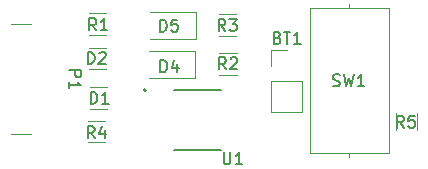
<source format=gbr>
%TF.GenerationSoftware,KiCad,Pcbnew,8.0.4*%
%TF.CreationDate,2024-08-19T19:06:41-07:00*%
%TF.ProjectId,LED flashlight,4c454420-666c-4617-9368-6c696768742e,rev?*%
%TF.SameCoordinates,Original*%
%TF.FileFunction,Legend,Top*%
%TF.FilePolarity,Positive*%
%FSLAX46Y46*%
G04 Gerber Fmt 4.6, Leading zero omitted, Abs format (unit mm)*
G04 Created by KiCad (PCBNEW 8.0.4) date 2024-08-19 19:06:41*
%MOMM*%
%LPD*%
G01*
G04 APERTURE LIST*
%ADD10C,0.150000*%
%ADD11C,0.120000*%
%ADD12C,0.127000*%
%ADD13C,0.200000*%
G04 APERTURE END LIST*
D10*
X133373333Y-87404819D02*
X133040000Y-86928628D01*
X132801905Y-87404819D02*
X132801905Y-86404819D01*
X132801905Y-86404819D02*
X133182857Y-86404819D01*
X133182857Y-86404819D02*
X133278095Y-86452438D01*
X133278095Y-86452438D02*
X133325714Y-86500057D01*
X133325714Y-86500057D02*
X133373333Y-86595295D01*
X133373333Y-86595295D02*
X133373333Y-86738152D01*
X133373333Y-86738152D02*
X133325714Y-86833390D01*
X133325714Y-86833390D02*
X133278095Y-86881009D01*
X133278095Y-86881009D02*
X133182857Y-86928628D01*
X133182857Y-86928628D02*
X132801905Y-86928628D01*
X134325714Y-87404819D02*
X133754286Y-87404819D01*
X134040000Y-87404819D02*
X134040000Y-86404819D01*
X134040000Y-86404819D02*
X133944762Y-86547676D01*
X133944762Y-86547676D02*
X133849524Y-86642914D01*
X133849524Y-86642914D02*
X133754286Y-86690533D01*
X138821905Y-90944819D02*
X138821905Y-89944819D01*
X138821905Y-89944819D02*
X139060000Y-89944819D01*
X139060000Y-89944819D02*
X139202857Y-89992438D01*
X139202857Y-89992438D02*
X139298095Y-90087676D01*
X139298095Y-90087676D02*
X139345714Y-90182914D01*
X139345714Y-90182914D02*
X139393333Y-90373390D01*
X139393333Y-90373390D02*
X139393333Y-90516247D01*
X139393333Y-90516247D02*
X139345714Y-90706723D01*
X139345714Y-90706723D02*
X139298095Y-90801961D01*
X139298095Y-90801961D02*
X139202857Y-90897200D01*
X139202857Y-90897200D02*
X139060000Y-90944819D01*
X139060000Y-90944819D02*
X138821905Y-90944819D01*
X140250476Y-90278152D02*
X140250476Y-90944819D01*
X140012381Y-89897200D02*
X139774286Y-90611485D01*
X139774286Y-90611485D02*
X140393333Y-90611485D01*
X159443333Y-95644819D02*
X159110000Y-95168628D01*
X158871905Y-95644819D02*
X158871905Y-94644819D01*
X158871905Y-94644819D02*
X159252857Y-94644819D01*
X159252857Y-94644819D02*
X159348095Y-94692438D01*
X159348095Y-94692438D02*
X159395714Y-94740057D01*
X159395714Y-94740057D02*
X159443333Y-94835295D01*
X159443333Y-94835295D02*
X159443333Y-94978152D01*
X159443333Y-94978152D02*
X159395714Y-95073390D01*
X159395714Y-95073390D02*
X159348095Y-95121009D01*
X159348095Y-95121009D02*
X159252857Y-95168628D01*
X159252857Y-95168628D02*
X158871905Y-95168628D01*
X160348095Y-94644819D02*
X159871905Y-94644819D01*
X159871905Y-94644819D02*
X159824286Y-95121009D01*
X159824286Y-95121009D02*
X159871905Y-95073390D01*
X159871905Y-95073390D02*
X159967143Y-95025771D01*
X159967143Y-95025771D02*
X160205238Y-95025771D01*
X160205238Y-95025771D02*
X160300476Y-95073390D01*
X160300476Y-95073390D02*
X160348095Y-95121009D01*
X160348095Y-95121009D02*
X160395714Y-95216247D01*
X160395714Y-95216247D02*
X160395714Y-95454342D01*
X160395714Y-95454342D02*
X160348095Y-95549580D01*
X160348095Y-95549580D02*
X160300476Y-95597200D01*
X160300476Y-95597200D02*
X160205238Y-95644819D01*
X160205238Y-95644819D02*
X159967143Y-95644819D01*
X159967143Y-95644819D02*
X159871905Y-95597200D01*
X159871905Y-95597200D02*
X159824286Y-95549580D01*
X148734285Y-88026009D02*
X148877142Y-88073628D01*
X148877142Y-88073628D02*
X148924761Y-88121247D01*
X148924761Y-88121247D02*
X148972380Y-88216485D01*
X148972380Y-88216485D02*
X148972380Y-88359342D01*
X148972380Y-88359342D02*
X148924761Y-88454580D01*
X148924761Y-88454580D02*
X148877142Y-88502200D01*
X148877142Y-88502200D02*
X148781904Y-88549819D01*
X148781904Y-88549819D02*
X148400952Y-88549819D01*
X148400952Y-88549819D02*
X148400952Y-87549819D01*
X148400952Y-87549819D02*
X148734285Y-87549819D01*
X148734285Y-87549819D02*
X148829523Y-87597438D01*
X148829523Y-87597438D02*
X148877142Y-87645057D01*
X148877142Y-87645057D02*
X148924761Y-87740295D01*
X148924761Y-87740295D02*
X148924761Y-87835533D01*
X148924761Y-87835533D02*
X148877142Y-87930771D01*
X148877142Y-87930771D02*
X148829523Y-87978390D01*
X148829523Y-87978390D02*
X148734285Y-88026009D01*
X148734285Y-88026009D02*
X148400952Y-88026009D01*
X149258095Y-87549819D02*
X149829523Y-87549819D01*
X149543809Y-88549819D02*
X149543809Y-87549819D01*
X150686666Y-88549819D02*
X150115238Y-88549819D01*
X150400952Y-88549819D02*
X150400952Y-87549819D01*
X150400952Y-87549819D02*
X150305714Y-87692676D01*
X150305714Y-87692676D02*
X150210476Y-87787914D01*
X150210476Y-87787914D02*
X150115238Y-87835533D01*
X132671905Y-90254819D02*
X132671905Y-89254819D01*
X132671905Y-89254819D02*
X132910000Y-89254819D01*
X132910000Y-89254819D02*
X133052857Y-89302438D01*
X133052857Y-89302438D02*
X133148095Y-89397676D01*
X133148095Y-89397676D02*
X133195714Y-89492914D01*
X133195714Y-89492914D02*
X133243333Y-89683390D01*
X133243333Y-89683390D02*
X133243333Y-89826247D01*
X133243333Y-89826247D02*
X133195714Y-90016723D01*
X133195714Y-90016723D02*
X133148095Y-90111961D01*
X133148095Y-90111961D02*
X133052857Y-90207200D01*
X133052857Y-90207200D02*
X132910000Y-90254819D01*
X132910000Y-90254819D02*
X132671905Y-90254819D01*
X133624286Y-89350057D02*
X133671905Y-89302438D01*
X133671905Y-89302438D02*
X133767143Y-89254819D01*
X133767143Y-89254819D02*
X134005238Y-89254819D01*
X134005238Y-89254819D02*
X134100476Y-89302438D01*
X134100476Y-89302438D02*
X134148095Y-89350057D01*
X134148095Y-89350057D02*
X134195714Y-89445295D01*
X134195714Y-89445295D02*
X134195714Y-89540533D01*
X134195714Y-89540533D02*
X134148095Y-89683390D01*
X134148095Y-89683390D02*
X133576667Y-90254819D01*
X133576667Y-90254819D02*
X134195714Y-90254819D01*
X132911905Y-93624819D02*
X132911905Y-92624819D01*
X132911905Y-92624819D02*
X133150000Y-92624819D01*
X133150000Y-92624819D02*
X133292857Y-92672438D01*
X133292857Y-92672438D02*
X133388095Y-92767676D01*
X133388095Y-92767676D02*
X133435714Y-92862914D01*
X133435714Y-92862914D02*
X133483333Y-93053390D01*
X133483333Y-93053390D02*
X133483333Y-93196247D01*
X133483333Y-93196247D02*
X133435714Y-93386723D01*
X133435714Y-93386723D02*
X133388095Y-93481961D01*
X133388095Y-93481961D02*
X133292857Y-93577200D01*
X133292857Y-93577200D02*
X133150000Y-93624819D01*
X133150000Y-93624819D02*
X132911905Y-93624819D01*
X134435714Y-93624819D02*
X133864286Y-93624819D01*
X134150000Y-93624819D02*
X134150000Y-92624819D01*
X134150000Y-92624819D02*
X134054762Y-92767676D01*
X134054762Y-92767676D02*
X133959524Y-92862914D01*
X133959524Y-92862914D02*
X133864286Y-92910533D01*
X153426667Y-92097200D02*
X153569524Y-92144819D01*
X153569524Y-92144819D02*
X153807619Y-92144819D01*
X153807619Y-92144819D02*
X153902857Y-92097200D01*
X153902857Y-92097200D02*
X153950476Y-92049580D01*
X153950476Y-92049580D02*
X153998095Y-91954342D01*
X153998095Y-91954342D02*
X153998095Y-91859104D01*
X153998095Y-91859104D02*
X153950476Y-91763866D01*
X153950476Y-91763866D02*
X153902857Y-91716247D01*
X153902857Y-91716247D02*
X153807619Y-91668628D01*
X153807619Y-91668628D02*
X153617143Y-91621009D01*
X153617143Y-91621009D02*
X153521905Y-91573390D01*
X153521905Y-91573390D02*
X153474286Y-91525771D01*
X153474286Y-91525771D02*
X153426667Y-91430533D01*
X153426667Y-91430533D02*
X153426667Y-91335295D01*
X153426667Y-91335295D02*
X153474286Y-91240057D01*
X153474286Y-91240057D02*
X153521905Y-91192438D01*
X153521905Y-91192438D02*
X153617143Y-91144819D01*
X153617143Y-91144819D02*
X153855238Y-91144819D01*
X153855238Y-91144819D02*
X153998095Y-91192438D01*
X154331429Y-91144819D02*
X154569524Y-92144819D01*
X154569524Y-92144819D02*
X154760000Y-91430533D01*
X154760000Y-91430533D02*
X154950476Y-92144819D01*
X154950476Y-92144819D02*
X155188572Y-91144819D01*
X156093333Y-92144819D02*
X155521905Y-92144819D01*
X155807619Y-92144819D02*
X155807619Y-91144819D01*
X155807619Y-91144819D02*
X155712381Y-91287676D01*
X155712381Y-91287676D02*
X155617143Y-91382914D01*
X155617143Y-91382914D02*
X155521905Y-91430533D01*
X144373333Y-90704819D02*
X144040000Y-90228628D01*
X143801905Y-90704819D02*
X143801905Y-89704819D01*
X143801905Y-89704819D02*
X144182857Y-89704819D01*
X144182857Y-89704819D02*
X144278095Y-89752438D01*
X144278095Y-89752438D02*
X144325714Y-89800057D01*
X144325714Y-89800057D02*
X144373333Y-89895295D01*
X144373333Y-89895295D02*
X144373333Y-90038152D01*
X144373333Y-90038152D02*
X144325714Y-90133390D01*
X144325714Y-90133390D02*
X144278095Y-90181009D01*
X144278095Y-90181009D02*
X144182857Y-90228628D01*
X144182857Y-90228628D02*
X143801905Y-90228628D01*
X144754286Y-89800057D02*
X144801905Y-89752438D01*
X144801905Y-89752438D02*
X144897143Y-89704819D01*
X144897143Y-89704819D02*
X145135238Y-89704819D01*
X145135238Y-89704819D02*
X145230476Y-89752438D01*
X145230476Y-89752438D02*
X145278095Y-89800057D01*
X145278095Y-89800057D02*
X145325714Y-89895295D01*
X145325714Y-89895295D02*
X145325714Y-89990533D01*
X145325714Y-89990533D02*
X145278095Y-90133390D01*
X145278095Y-90133390D02*
X144706667Y-90704819D01*
X144706667Y-90704819D02*
X145325714Y-90704819D01*
X144313333Y-87464819D02*
X143980000Y-86988628D01*
X143741905Y-87464819D02*
X143741905Y-86464819D01*
X143741905Y-86464819D02*
X144122857Y-86464819D01*
X144122857Y-86464819D02*
X144218095Y-86512438D01*
X144218095Y-86512438D02*
X144265714Y-86560057D01*
X144265714Y-86560057D02*
X144313333Y-86655295D01*
X144313333Y-86655295D02*
X144313333Y-86798152D01*
X144313333Y-86798152D02*
X144265714Y-86893390D01*
X144265714Y-86893390D02*
X144218095Y-86941009D01*
X144218095Y-86941009D02*
X144122857Y-86988628D01*
X144122857Y-86988628D02*
X143741905Y-86988628D01*
X144646667Y-86464819D02*
X145265714Y-86464819D01*
X145265714Y-86464819D02*
X144932381Y-86845771D01*
X144932381Y-86845771D02*
X145075238Y-86845771D01*
X145075238Y-86845771D02*
X145170476Y-86893390D01*
X145170476Y-86893390D02*
X145218095Y-86941009D01*
X145218095Y-86941009D02*
X145265714Y-87036247D01*
X145265714Y-87036247D02*
X145265714Y-87274342D01*
X145265714Y-87274342D02*
X145218095Y-87369580D01*
X145218095Y-87369580D02*
X145170476Y-87417200D01*
X145170476Y-87417200D02*
X145075238Y-87464819D01*
X145075238Y-87464819D02*
X144789524Y-87464819D01*
X144789524Y-87464819D02*
X144694286Y-87417200D01*
X144694286Y-87417200D02*
X144646667Y-87369580D01*
X131107401Y-90800919D02*
X132107401Y-90800919D01*
X132107401Y-90800919D02*
X132107401Y-91181871D01*
X132107401Y-91181871D02*
X132059782Y-91277109D01*
X132059782Y-91277109D02*
X132012163Y-91324728D01*
X132012163Y-91324728D02*
X131916925Y-91372347D01*
X131916925Y-91372347D02*
X131774068Y-91372347D01*
X131774068Y-91372347D02*
X131678830Y-91324728D01*
X131678830Y-91324728D02*
X131631211Y-91277109D01*
X131631211Y-91277109D02*
X131583592Y-91181871D01*
X131583592Y-91181871D02*
X131583592Y-90800919D01*
X131107401Y-92324728D02*
X131107401Y-91753300D01*
X131107401Y-92039014D02*
X132107401Y-92039014D01*
X132107401Y-92039014D02*
X131964544Y-91943776D01*
X131964544Y-91943776D02*
X131869306Y-91848538D01*
X131869306Y-91848538D02*
X131821687Y-91753300D01*
X138781905Y-87514819D02*
X138781905Y-86514819D01*
X138781905Y-86514819D02*
X139020000Y-86514819D01*
X139020000Y-86514819D02*
X139162857Y-86562438D01*
X139162857Y-86562438D02*
X139258095Y-86657676D01*
X139258095Y-86657676D02*
X139305714Y-86752914D01*
X139305714Y-86752914D02*
X139353333Y-86943390D01*
X139353333Y-86943390D02*
X139353333Y-87086247D01*
X139353333Y-87086247D02*
X139305714Y-87276723D01*
X139305714Y-87276723D02*
X139258095Y-87371961D01*
X139258095Y-87371961D02*
X139162857Y-87467200D01*
X139162857Y-87467200D02*
X139020000Y-87514819D01*
X139020000Y-87514819D02*
X138781905Y-87514819D01*
X140258095Y-86514819D02*
X139781905Y-86514819D01*
X139781905Y-86514819D02*
X139734286Y-86991009D01*
X139734286Y-86991009D02*
X139781905Y-86943390D01*
X139781905Y-86943390D02*
X139877143Y-86895771D01*
X139877143Y-86895771D02*
X140115238Y-86895771D01*
X140115238Y-86895771D02*
X140210476Y-86943390D01*
X140210476Y-86943390D02*
X140258095Y-86991009D01*
X140258095Y-86991009D02*
X140305714Y-87086247D01*
X140305714Y-87086247D02*
X140305714Y-87324342D01*
X140305714Y-87324342D02*
X140258095Y-87419580D01*
X140258095Y-87419580D02*
X140210476Y-87467200D01*
X140210476Y-87467200D02*
X140115238Y-87514819D01*
X140115238Y-87514819D02*
X139877143Y-87514819D01*
X139877143Y-87514819D02*
X139781905Y-87467200D01*
X139781905Y-87467200D02*
X139734286Y-87419580D01*
X144178095Y-97734819D02*
X144178095Y-98544342D01*
X144178095Y-98544342D02*
X144225714Y-98639580D01*
X144225714Y-98639580D02*
X144273333Y-98687200D01*
X144273333Y-98687200D02*
X144368571Y-98734819D01*
X144368571Y-98734819D02*
X144559047Y-98734819D01*
X144559047Y-98734819D02*
X144654285Y-98687200D01*
X144654285Y-98687200D02*
X144701904Y-98639580D01*
X144701904Y-98639580D02*
X144749523Y-98544342D01*
X144749523Y-98544342D02*
X144749523Y-97734819D01*
X145749523Y-98734819D02*
X145178095Y-98734819D01*
X145463809Y-98734819D02*
X145463809Y-97734819D01*
X145463809Y-97734819D02*
X145368571Y-97877676D01*
X145368571Y-97877676D02*
X145273333Y-97972914D01*
X145273333Y-97972914D02*
X145178095Y-98020533D01*
X133243333Y-96544819D02*
X132910000Y-96068628D01*
X132671905Y-96544819D02*
X132671905Y-95544819D01*
X132671905Y-95544819D02*
X133052857Y-95544819D01*
X133052857Y-95544819D02*
X133148095Y-95592438D01*
X133148095Y-95592438D02*
X133195714Y-95640057D01*
X133195714Y-95640057D02*
X133243333Y-95735295D01*
X133243333Y-95735295D02*
X133243333Y-95878152D01*
X133243333Y-95878152D02*
X133195714Y-95973390D01*
X133195714Y-95973390D02*
X133148095Y-96021009D01*
X133148095Y-96021009D02*
X133052857Y-96068628D01*
X133052857Y-96068628D02*
X132671905Y-96068628D01*
X134100476Y-95878152D02*
X134100476Y-96544819D01*
X133862381Y-95497200D02*
X133624286Y-96211485D01*
X133624286Y-96211485D02*
X134243333Y-96211485D01*
D11*
%TO.C,R1*%
X132742936Y-85980000D02*
X134197064Y-85980000D01*
X132742936Y-87800000D02*
X134197064Y-87800000D01*
%TO.C,D4*%
X137880000Y-91415000D02*
X141765000Y-91415000D01*
X141765000Y-89145000D02*
X137880000Y-89145000D01*
X141765000Y-91415000D02*
X141765000Y-89145000D01*
%TO.C,R5*%
X158745000Y-94417936D02*
X158745000Y-95872064D01*
X160565000Y-94417936D02*
X160565000Y-95872064D01*
%TO.C,BT1*%
X148190000Y-89095000D02*
X149520000Y-89095000D01*
X148190000Y-90425000D02*
X148190000Y-89095000D01*
X148190000Y-91695000D02*
X148190000Y-94295000D01*
X148190000Y-91695000D02*
X150850000Y-91695000D01*
X148190000Y-94295000D02*
X150850000Y-94295000D01*
X150850000Y-91695000D02*
X150850000Y-94295000D01*
%TO.C,D2*%
X132748748Y-88880000D02*
X134171252Y-88880000D01*
X132748748Y-90700000D02*
X134171252Y-90700000D01*
%TO.C,D1*%
X134271252Y-92240000D02*
X132848748Y-92240000D01*
X134271252Y-94060000D02*
X132848748Y-94060000D01*
%TO.C,SW1*%
X151450000Y-85560000D02*
X151450000Y-97800000D01*
X151450000Y-97800000D02*
X158190000Y-97800000D01*
X154820000Y-85220000D02*
X154820000Y-85560000D01*
X154820000Y-98140000D02*
X154820000Y-97800000D01*
X158190000Y-85560000D02*
X151450000Y-85560000D01*
X158190000Y-97800000D02*
X158190000Y-85560000D01*
%TO.C,R2*%
X143812936Y-89360000D02*
X145267064Y-89360000D01*
X143812936Y-91180000D02*
X145267064Y-91180000D01*
%TO.C,R3*%
X143780436Y-86030000D02*
X145234564Y-86030000D01*
X143780436Y-87850000D02*
X145234564Y-87850000D01*
%TO.C,P1*%
X126162221Y-86869014D02*
X127862221Y-86869014D01*
X126162221Y-96209014D02*
X127862221Y-96209014D01*
%TO.C,D5*%
X137950000Y-88125000D02*
X141835000Y-88125000D01*
X141835000Y-85855000D02*
X137950000Y-85855000D01*
X141835000Y-88125000D02*
X141835000Y-85855000D01*
D12*
%TO.C,U1*%
X139935000Y-92435000D02*
X143935000Y-92435000D01*
X139935000Y-97535000D02*
X143935000Y-97535000D01*
D13*
X137590000Y-92480000D02*
G75*
G02*
X137390000Y-92480000I-100000J0D01*
G01*
X137390000Y-92480000D02*
G75*
G02*
X137590000Y-92480000I100000J0D01*
G01*
D11*
%TO.C,R4*%
X134137064Y-95080000D02*
X132682936Y-95080000D01*
X134137064Y-96900000D02*
X132682936Y-96900000D01*
%TD*%
M02*

</source>
